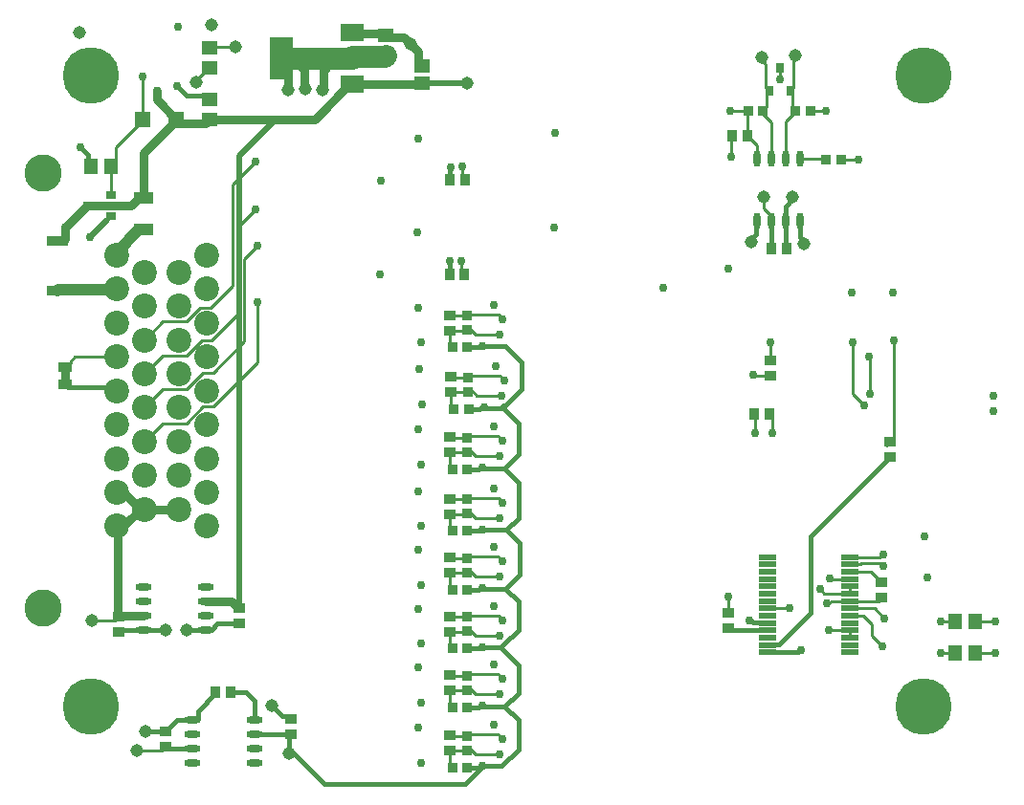
<source format=gbr>
%TF.GenerationSoftware,Altium Limited,Altium Designer,19.0.10 (269)*%
G04 Layer_Physical_Order=4*
G04 Layer_Color=16711680*
%FSLAX26Y26*%
%MOIN*%
%TF.FileFunction,Copper,L4,Bot,Signal*%
%TF.Part,Single*%
G01*
G75*
%TA.AperFunction,SMDPad,CuDef*%
%ADD10R,0.035433X0.039370*%
%ADD15R,0.039370X0.035433*%
%ADD16R,0.037402X0.033465*%
%ADD20R,0.053150X0.045276*%
%ADD26R,0.033465X0.037402*%
%TA.AperFunction,Conductor*%
%ADD27C,0.010000*%
%ADD28C,0.015000*%
%ADD29C,0.020000*%
%ADD30C,0.030000*%
%TA.AperFunction,ViaPad*%
%ADD31C,0.196850*%
%TA.AperFunction,ComponentPad*%
%ADD32C,0.086614*%
%ADD33C,0.129921*%
%TA.AperFunction,ViaPad*%
%ADD34C,0.030000*%
%ADD35C,0.045000*%
%TA.AperFunction,SMDPad,CuDef*%
%ADD36R,0.045276X0.053150*%
%ADD37R,0.031496X0.035433*%
%ADD38R,0.078740X0.149606*%
%ADD39R,0.078740X0.059055*%
%ADD40R,0.053150X0.057087*%
%ADD41O,0.057087X0.023622*%
%ADD42O,0.023622X0.057087*%
%ADD43R,0.064961X0.019291*%
%ADD44R,0.055118X0.051181*%
%ADD45R,0.049213X0.037402*%
%ADD46R,0.074803X0.035433*%
%ADD47R,0.035433X0.031496*%
%ADD48R,0.070866X0.039370*%
%TA.AperFunction,Conductor*%
%ADD49C,0.040000*%
%ADD50C,0.075000*%
D10*
X2722644Y1895000D02*
D03*
X2669494D02*
D03*
X2533507Y2290163D02*
D03*
X2586657D02*
D03*
X1604934Y2134948D02*
D03*
X1551784D02*
D03*
X1602464Y1806389D02*
D03*
X1549315D02*
D03*
X735807Y347914D02*
D03*
X788957D02*
D03*
X2610439Y1318583D02*
D03*
X2663589D02*
D03*
D15*
X2521143Y571654D02*
D03*
Y624803D02*
D03*
X3085000Y1221713D02*
D03*
Y1168563D02*
D03*
X816956Y641500D02*
D03*
Y588350D02*
D03*
X560000Y157792D02*
D03*
Y210941D02*
D03*
X996357Y201339D02*
D03*
Y254489D02*
D03*
X396026Y559882D02*
D03*
Y613032D02*
D03*
X2666542Y1453425D02*
D03*
Y1506575D02*
D03*
X3055000Y731378D02*
D03*
Y678228D02*
D03*
X1550000Y145000D02*
D03*
Y198150D02*
D03*
Y408150D02*
D03*
Y355000D02*
D03*
Y1023150D02*
D03*
Y970000D02*
D03*
Y1238150D02*
D03*
Y1185000D02*
D03*
Y818150D02*
D03*
Y765000D02*
D03*
Y613150D02*
D03*
Y560000D02*
D03*
X1555000Y1448150D02*
D03*
Y1395000D02*
D03*
X1550000Y1663150D02*
D03*
Y1610000D02*
D03*
D16*
X1609528Y145981D02*
D03*
Y197162D02*
D03*
Y407162D02*
D03*
Y355981D02*
D03*
Y1022162D02*
D03*
Y970981D02*
D03*
Y1237162D02*
D03*
Y1185981D02*
D03*
Y817162D02*
D03*
Y765981D02*
D03*
Y612162D02*
D03*
Y560981D02*
D03*
X1614528Y1447162D02*
D03*
Y1395981D02*
D03*
X1609528Y1662162D02*
D03*
Y1610981D02*
D03*
D20*
X712892Y2414449D02*
D03*
Y2345551D02*
D03*
X715000Y2525551D02*
D03*
Y2594449D02*
D03*
D26*
X2641617Y2375636D02*
D03*
X2755436D02*
D03*
X2590436D02*
D03*
X2806617D02*
D03*
X2861424Y2205000D02*
D03*
X2912605D02*
D03*
X1559923Y86847D02*
D03*
X1611104D02*
D03*
X1559923Y296847D02*
D03*
X1611104D02*
D03*
X1559923Y911847D02*
D03*
X1611104D02*
D03*
X1559923Y1126847D02*
D03*
X1611104D02*
D03*
X1559923Y706847D02*
D03*
X1611104D02*
D03*
X1559923Y501847D02*
D03*
X1611104D02*
D03*
X1564923Y1336847D02*
D03*
X1616104D02*
D03*
X1559923Y1551847D02*
D03*
X1611104D02*
D03*
D27*
X297603Y1937224D02*
X298996D01*
X356654Y1994882D02*
Y1996850D01*
X367402Y2007599D01*
X369370D01*
X229606Y1496923D02*
Y1502829D01*
X215905Y1483222D02*
X229606Y1496923D01*
X210000Y1483222D02*
X215905D01*
X229606Y1502829D02*
X244888Y1518110D01*
X390000D01*
X2586657Y2371856D02*
X2589964Y2375163D01*
X2526657D02*
X2589964D01*
X2590436Y2375636D01*
X2945000Y539095D02*
Y564685D01*
X2517286Y628660D02*
X2519221Y630596D01*
X2675000Y1252835D02*
Y1307171D01*
X2663589Y1318583D02*
X2675000Y1307171D01*
X2615098Y1251929D02*
Y1313923D01*
X2610439Y1318583D02*
X2615098Y1313923D01*
X3096457Y1233169D02*
Y1575740D01*
X3085000Y1221713D02*
X3096457Y1233169D01*
X3072283Y1208996D02*
X3085000Y1221713D01*
X2912605Y2205000D02*
X2975000D01*
X2859140Y2207283D02*
X2861424Y2205000D01*
X2770000Y2207283D02*
X2859140D01*
X2530000Y2215736D02*
Y2286656D01*
X2533507Y2290163D01*
X2700000Y2485000D02*
Y2524370D01*
X2700000Y2524370D01*
X2743704Y2385400D02*
X2755436Y2373667D01*
X2743704Y2385400D02*
Y2439328D01*
X2737402Y2445630D02*
X2743704Y2439328D01*
X2755000Y2560529D02*
Y2570000D01*
X2748150Y2553679D02*
X2755000Y2560529D01*
X2748150Y2456378D02*
Y2553679D01*
X2737402Y2445630D02*
X2748150Y2456378D01*
X2641617Y2375636D02*
X2653349Y2387368D01*
Y2436381D01*
X2662599Y2445630D01*
X2637014Y2552358D02*
Y2561829D01*
Y2552358D02*
X2651850Y2537522D01*
Y2456378D02*
Y2537522D01*
Y2456378D02*
X2662599Y2445630D01*
X2720000Y2338231D02*
X2755436Y2373667D01*
X2720000Y2207283D02*
Y2338231D01*
X2670000Y2207283D02*
Y2336108D01*
X2641617Y2364491D02*
Y2375636D01*
Y2364491D02*
X2670000Y2336108D01*
X2620000Y2207283D02*
Y2254851D01*
X2586657Y2288195D02*
X2620000Y2254851D01*
X2586657Y2288195D02*
Y2290163D01*
Y2371856D01*
X2807090Y2375163D02*
X2861657D01*
X2806617Y2375636D02*
X2807090Y2375163D01*
X2642919Y2036529D02*
Y2075000D01*
Y2036529D02*
X2670000Y2009449D01*
Y1992716D02*
Y2009449D01*
X342500Y600000D02*
X342815Y600315D01*
X383309D01*
X396026Y613032D01*
X305000Y600000D02*
X342500D01*
X497500Y145000D02*
X497575Y145075D01*
X547283D01*
X560000Y157792D01*
X460000Y145000D02*
X497500D01*
X880000Y1498238D02*
Y1707747D01*
X727455Y1345693D02*
X880000Y1498238D01*
X691962Y1345693D02*
X727455D01*
X632907Y1286638D02*
X691962Y1345693D01*
X552228Y1286638D02*
X632907D01*
X488425Y1222835D02*
X552228Y1286638D01*
X834566Y1859566D02*
X880000Y1905000D01*
X834566Y1570914D02*
Y1859566D01*
X727455Y1463803D02*
X834566Y1570914D01*
X691962Y1463803D02*
X727455D01*
X632907Y1404748D02*
X691962Y1463803D01*
X552228Y1404748D02*
X632907D01*
X488425Y1340945D02*
X552228Y1404748D01*
X814566Y1970641D02*
X875000Y2031074D01*
X722109Y1576567D02*
X814566Y1669024D01*
Y1970641D01*
X686615Y1576567D02*
X722109D01*
X632907Y1522858D02*
X686615Y1576567D01*
X552228Y1522858D02*
X632907D01*
X488425Y1459055D02*
X552228Y1522858D01*
X717959Y1690528D02*
X794566Y1767135D01*
X682466Y1690528D02*
X717959D01*
X632907Y1640968D02*
X682466Y1690528D01*
X794566Y2119566D02*
X875000Y2200000D01*
X794566Y1767135D02*
Y2119566D01*
X552228Y1640968D02*
X632907D01*
X488425Y1577165D02*
X552228Y1640968D01*
X1593593Y2146289D02*
X1604934Y2134948D01*
X1550000Y1561770D02*
Y1610000D01*
Y1561770D02*
X1559923Y1551847D01*
X1550000Y1663150D02*
X1550988Y1662162D01*
X1609528D01*
X1608547Y1610000D02*
X1609528Y1610981D01*
X1550000Y1610000D02*
X1608547D01*
X1721323Y1665225D02*
Y1666102D01*
Y1665225D02*
X1734692Y1651856D01*
Y1649367D02*
Y1651856D01*
X1620000Y1666102D02*
X1721323D01*
X1640228Y1597052D02*
X1725513D01*
X1617914Y1619367D02*
X1640228Y1597052D01*
X1609528Y1610981D02*
X1617914Y1619367D01*
X1555000Y1346770D02*
Y1395000D01*
Y1346770D02*
X1564923Y1336847D01*
X1555000Y1448150D02*
X1555988Y1447162D01*
X1614528D01*
X1613547Y1395000D02*
X1614528Y1395981D01*
X1555000Y1395000D02*
X1613547D01*
X1726323Y1450225D02*
Y1451102D01*
Y1450225D02*
X1739692Y1436856D01*
Y1434367D02*
Y1436856D01*
X1625000Y1451102D02*
X1726323D01*
X1645228Y1382052D02*
X1730513D01*
X1622914Y1404367D02*
X1645228Y1382052D01*
X1614528Y1395981D02*
X1622914Y1404367D01*
X1550000Y1136770D02*
Y1185000D01*
Y1136770D02*
X1559923Y1126847D01*
X1550000Y1238150D02*
X1550988Y1237162D01*
X1609528D01*
X1608547Y1185000D02*
X1609528Y1185981D01*
X1550000Y1185000D02*
X1608547D01*
X1721323Y1240225D02*
Y1241102D01*
Y1240225D02*
X1734692Y1226856D01*
Y1224367D02*
Y1226856D01*
X1620000Y1241102D02*
X1721323D01*
X1640228Y1172052D02*
X1725513D01*
X1617914Y1194367D02*
X1640228Y1172052D01*
X1609528Y1185981D02*
X1617914Y1194367D01*
X1550000Y921770D02*
Y970000D01*
Y921770D02*
X1559923Y911847D01*
X1550000Y1023150D02*
X1550988Y1022162D01*
X1609528D01*
X1608547Y970000D02*
X1609528Y970981D01*
X1550000Y970000D02*
X1608547D01*
X1721323Y1025225D02*
Y1026102D01*
Y1025225D02*
X1734692Y1011856D01*
Y1009367D02*
Y1011856D01*
X1620000Y1026102D02*
X1721323D01*
X1640228Y957052D02*
X1725513D01*
X1617914Y979367D02*
X1640228Y957052D01*
X1609528Y970981D02*
X1617914Y979367D01*
X1550000Y716770D02*
Y765000D01*
Y716770D02*
X1559923Y706847D01*
X1550000Y818150D02*
X1550988Y817162D01*
X1609528D01*
X1608547Y765000D02*
X1609528Y765981D01*
X1550000Y765000D02*
X1608547D01*
X1721323Y820225D02*
Y821102D01*
Y820225D02*
X1734692Y806856D01*
Y804367D02*
Y806856D01*
X1620000Y821102D02*
X1721323D01*
X1640228Y752052D02*
X1725513D01*
X1617914Y774367D02*
X1640228Y752052D01*
X1609528Y765981D02*
X1617914Y774367D01*
X1550000Y511770D02*
Y560000D01*
Y511770D02*
X1559923Y501847D01*
X1550000Y613150D02*
X1550988Y612162D01*
X1609528D01*
X1608547Y560000D02*
X1609528Y560981D01*
X1550000Y560000D02*
X1608547D01*
X1721323Y615225D02*
Y616102D01*
Y615225D02*
X1734692Y601856D01*
Y599367D02*
Y601856D01*
X1620000Y616102D02*
X1721323D01*
X1640228Y547052D02*
X1725513D01*
X1617914Y569367D02*
X1640228Y547052D01*
X1609528Y560981D02*
X1617914Y569367D01*
X1550000Y306770D02*
Y355000D01*
Y306770D02*
X1559923Y296847D01*
X1550000Y408150D02*
X1550988Y407162D01*
X1609528D01*
X1608547Y355000D02*
X1609528Y355981D01*
X1550000Y355000D02*
X1608547D01*
X1721323Y410225D02*
Y411102D01*
Y410225D02*
X1734692Y396856D01*
Y394367D02*
Y396856D01*
X1620000Y411102D02*
X1721323D01*
X1640228Y342052D02*
X1725513D01*
X1617914Y364367D02*
X1640228Y342052D01*
X1609528Y355981D02*
X1617914Y364367D01*
X717948Y2597397D02*
X805000D01*
X715000Y2594449D02*
X717948Y2597397D01*
X667912Y2475000D02*
Y2482400D01*
X711063Y2525551D01*
X715000D01*
X369449Y2183780D02*
X387087Y2201417D01*
X369370Y2183701D02*
X369449Y2183780D01*
X2519221Y630596D02*
Y683264D01*
X2517286Y628660D02*
X2521143Y624803D01*
X2607486Y1455351D02*
X2609412Y1453425D01*
X2666542D01*
X2659567Y641457D02*
X2735000D01*
X2872175Y564685D02*
X2942854D01*
X2945000D01*
X2870412Y566448D02*
X2872175Y564685D01*
X2865000Y658228D02*
X2870412D01*
X2879231Y667047D01*
X2942854D01*
X2875000Y746385D02*
X2877566Y743819D01*
X2942854D01*
Y667047D02*
X3043819D01*
X3055000Y678228D01*
X2942854Y743819D02*
X2945000D01*
X1593593Y2146289D02*
Y2182153D01*
X1591124Y1817730D02*
X1602464Y1806389D01*
X1591124Y1817730D02*
Y1853594D01*
X387087Y2248189D02*
X481929Y2343032D01*
X387087Y2201417D02*
Y2248189D01*
X481929Y2343032D02*
Y2345000D01*
X369370Y2082402D02*
Y2183701D01*
X2990079Y614921D02*
X3020000Y585000D01*
X2943799Y614921D02*
X2990079D01*
X2942854Y615866D02*
X2943799Y614921D01*
X3020000Y543970D02*
Y585000D01*
Y543970D02*
X3056059Y507911D01*
X2942854Y641457D02*
X3029568D01*
X3065000Y606025D01*
X3260000Y595509D02*
X3310042D01*
X3310551Y595000D01*
X3260000Y485768D02*
X3310061D01*
X3310551Y486257D01*
X3379449Y486257D02*
X3450000D01*
X3379449Y595000D02*
X3450000D01*
X3379449Y486257D02*
X3379449Y486257D01*
X3014620Y798023D02*
X3046059D01*
X3014392Y797795D02*
X3014620Y798023D01*
X2983398Y797795D02*
X3014392D01*
X3006336Y818023D02*
X3046059D01*
X3006108Y817795D02*
X3006336Y818023D01*
X2983398Y817795D02*
X3006108D01*
X2981548Y795945D02*
X2983398Y797795D01*
X2945945Y795945D02*
X2981548D01*
X2945000Y795000D02*
X2945945Y795945D01*
X2981548Y819646D02*
X2983398Y817795D01*
X2945945Y819646D02*
X2981548D01*
X2945000Y820591D02*
X2945945Y819646D01*
X482323Y2345394D02*
Y2495000D01*
X481929Y2345000D02*
X482323Y2345394D01*
X1721323Y200225D02*
Y201102D01*
X1734692Y184367D02*
Y186856D01*
X1620000Y201102D02*
X1721323D01*
Y200225D02*
X1734692Y186856D01*
X1550000Y198150D02*
X1550988Y197162D01*
X1609528D01*
X1550000Y96770D02*
Y145000D01*
Y96770D02*
X1559923Y86847D01*
X1608547Y145000D02*
X1609528Y145981D01*
X1550000Y145000D02*
X1608547D01*
X1640228Y132052D02*
X1725513D01*
X1617914Y154367D02*
X1640228Y132052D01*
X1609528Y145981D02*
X1617914Y154367D01*
X2942854Y769409D02*
X2945000D01*
X3016968D01*
X3040315Y746063D01*
Y744095D02*
Y746063D01*
Y744095D02*
X3053032Y731378D01*
X3055000D01*
X2945000Y692638D02*
Y718228D01*
X2839606Y708901D02*
X2855869Y692638D01*
X2942854D01*
X2666542Y1506575D02*
Y1568775D01*
X3011967Y1520472D02*
X3013701Y1518739D01*
Y1390472D02*
Y1518739D01*
X2953228Y1390472D02*
Y1570472D01*
Y1390472D02*
X2993228Y1350472D01*
X2945000Y769409D02*
X2947607Y766803D01*
X3056059Y788023D02*
X3061471D01*
X3046059Y798023D02*
X3056059Y788023D01*
Y828023D02*
X3061471D01*
X3046059Y818023D02*
X3056059Y828023D01*
D28*
X210000Y1422199D02*
X221099Y1411099D01*
X378901D01*
X390000Y1400000D01*
X2720339Y1992377D02*
Y2043760D01*
X3083032Y1168563D02*
X3085000D01*
X2807106Y892638D02*
X3083032Y1168563D01*
X2807106Y624733D02*
Y892638D01*
X2696322Y513949D02*
X2807106Y624733D01*
X2657866Y513949D02*
X2696322D01*
X2657421Y513504D02*
X2657866Y513949D01*
X2606563Y590721D02*
X2659122D01*
X2770941Y495000D02*
X2775000D01*
X2763854Y487913D02*
X2770941Y495000D01*
X2637014Y2561829D02*
X2639316Y2559528D01*
X2755000Y2570000D02*
X2755218Y2569782D01*
X2744727Y2068148D02*
Y2076266D01*
X2720339Y2043760D02*
X2744727Y2068148D01*
X2720339Y1992377D02*
X2721322Y1991395D01*
X2784652Y1913701D02*
Y1921819D01*
X2770000Y1936470D02*
X2784652Y1921819D01*
X2770000Y1936470D02*
Y1992716D01*
X2600000Y1920000D02*
Y1928118D01*
X2618350Y1946468D01*
Y1991067D01*
X2620000Y1992716D01*
X2721322Y1896322D02*
X2722644Y1895000D01*
X2721322Y1896322D02*
Y1991395D01*
X2669494Y1895000D02*
X2670000Y1895506D01*
Y1992716D01*
X1007874Y137126D02*
X1115000Y30000D01*
X990000Y137126D02*
Y194982D01*
X996357Y201339D01*
X990000Y137126D02*
X1007874D01*
X1728500Y1339252D02*
X1737047D01*
X1657741D02*
X1728500D01*
X1652741Y1554252D02*
X1745748D01*
X1800000Y1500000D01*
Y1405577D02*
Y1500000D01*
X1743975Y1349552D02*
X1800000Y1405577D01*
X1738800Y1349552D02*
X1743975D01*
X1728500Y1339252D02*
X1738800Y1349552D01*
X1652741Y1129252D02*
X1742047D01*
X1737047Y1339252D02*
X1791299Y1285000D01*
Y1178504D02*
Y1285000D01*
X1742047Y1129252D02*
X1791299Y1178504D01*
X1652741Y914252D02*
X1748976D01*
X1742047Y1129252D02*
X1791299Y1080000D01*
Y956575D02*
Y1080000D01*
X1748976Y914252D02*
X1791299Y956575D01*
X1652741Y709252D02*
X1745109D01*
X1748976Y914252D02*
X1795000Y868228D01*
Y759143D02*
Y868228D01*
X1745109Y709252D02*
X1795000Y759143D01*
X1652741Y504252D02*
X1728500D01*
X1745109Y709252D02*
X1790000Y664361D01*
Y565577D02*
Y664361D01*
X1738975Y514552D02*
X1790000Y565577D01*
X1738800Y514552D02*
X1738975D01*
X1728500Y504252D02*
X1738800Y514552D01*
X1652741Y299252D02*
X1742087D01*
X1728500Y504252D02*
X1790000Y442752D01*
Y347165D02*
Y442752D01*
X1742087Y299252D02*
X1790000Y347165D01*
X1742087Y299252D02*
X1790000Y251339D01*
Y150577D02*
Y251339D01*
X1731545Y92122D02*
X1790000Y150577D01*
X1665513Y92122D02*
X1731545D01*
X1115000Y30000D02*
X1603391D01*
X1662643Y89252D01*
X996357Y201339D02*
X996357Y201339D01*
X967416Y264705D02*
X986140D01*
X996357Y254489D01*
X930000Y302122D02*
X967416Y264705D01*
X655098Y251339D02*
X669497D01*
X673480Y255322D01*
Y283619D01*
X735807Y345946D01*
Y347914D01*
X869665Y201339D02*
X996357D01*
X869665Y201339D02*
X869665Y201339D01*
X490000Y210941D02*
X560000D01*
X561968D02*
X602366Y251339D01*
X560000Y210941D02*
X561968D01*
X602366Y251339D02*
X655098D01*
X560000Y157792D02*
X564803Y152989D01*
X653449D01*
X655098Y151339D01*
X635000Y564457D02*
X636059Y565516D01*
X699217D01*
X700276Y566575D01*
X719341D01*
X741116Y588350D01*
X816956D01*
X558941Y565516D02*
X560000Y564457D01*
X486768Y565516D02*
X558941D01*
X485709Y566575D02*
X486768Y565516D01*
X396026Y559882D02*
X401069Y564925D01*
X484059D01*
X485709Y566575D01*
X1552276Y2135441D02*
Y2179732D01*
X1551784Y2134948D02*
X1552276Y2135441D01*
Y2179732D02*
X1552769Y2180224D01*
X2595000Y598225D02*
X2599059D01*
X2606563Y590721D01*
X2659122D02*
X2659567Y590276D01*
X2528111Y564685D02*
X2659567D01*
X2521143Y571654D02*
X2528111Y564685D01*
X2659567Y487913D02*
X2763854D01*
X1650336Y1551847D02*
X1652741Y1554252D01*
X1611104Y1551847D02*
X1650336D01*
X1617047Y1663150D02*
X1620000Y1666102D01*
X1655336Y1336847D02*
X1657741Y1339252D01*
X1616104Y1336847D02*
X1655336D01*
X1622047Y1448150D02*
X1625000Y1451102D01*
X1650336Y1126847D02*
X1652741Y1129252D01*
X1611104Y1126847D02*
X1650336D01*
X1617047Y1238150D02*
X1620000Y1241102D01*
X1650336Y911847D02*
X1652741Y914252D01*
X1611104Y911847D02*
X1650336D01*
X1617047Y1023150D02*
X1620000Y1026102D01*
X1650336Y706847D02*
X1652741Y709252D01*
X1611104Y706847D02*
X1650336D01*
X1617047Y818150D02*
X1620000Y821102D01*
X1650336Y501847D02*
X1652741Y504252D01*
X1611104Y501847D02*
X1650336D01*
X1617047Y613150D02*
X1620000Y616102D01*
X1650336Y296847D02*
X1652741Y299252D01*
X1611104Y296847D02*
X1650336D01*
X1617047Y408150D02*
X1620000Y411102D01*
X600305Y2461925D02*
X632643Y2429587D01*
X697754D01*
X712892Y2414449D01*
X265000Y2248006D02*
X291517Y2221490D01*
Y2192814D02*
X300551Y2183780D01*
X291517Y2192814D02*
Y2221490D01*
X1549807Y1851173D02*
X1550299Y1851665D01*
X1549807Y1806881D02*
Y1851173D01*
X1549315Y1806389D02*
X1549807Y1806881D01*
X1650336Y86847D02*
X1652741Y89252D01*
X1662643D01*
X1611104Y86847D02*
X1650336D01*
X1617047Y198150D02*
X1620000Y201102D01*
X788957Y347914D02*
X842106D01*
X869665Y251339D02*
Y320355D01*
X842106Y347914D02*
X869665Y320355D01*
D29*
X298996Y1937224D02*
X356654Y1994882D01*
X816956Y2217507D02*
X945000Y2345551D01*
X816956Y643468D02*
Y2217507D01*
Y643468D02*
X818924Y641500D01*
X1609795Y2472136D02*
X1611104Y2473445D01*
X1454324Y2472136D02*
X1609795D01*
X1453015Y2470827D02*
X1454324Y2472136D01*
X816956Y641500D02*
X818924D01*
X814987D02*
X816956D01*
D30*
X1440456Y2544409D02*
Y2583396D01*
X1413852Y2610000D02*
X1440456Y2583396D01*
X290630Y2045000D02*
X441437D01*
X390000Y927559D02*
X400833Y938392D01*
X424883D01*
X473106Y986614D01*
X488425D01*
X390000Y1045669D02*
X400833Y1034837D01*
X424883D01*
X473106Y986614D01*
X488425D02*
X606535D01*
X390000Y927559D02*
X393013Y924546D01*
Y615748D02*
Y924546D01*
Y615748D02*
X395730Y613032D01*
X396026D01*
X483937Y614803D02*
X485709Y616575D01*
X397798Y614803D02*
X483937D01*
X396026Y613032D02*
X397798Y614803D01*
X598071Y2345000D02*
Y2346968D01*
Y2343032D02*
Y2345000D01*
Y2332913D02*
X700254D01*
X945000Y2345551D02*
X1079390D01*
X712892D02*
X945000D01*
X700276Y666575D02*
X789912D01*
X814987Y641500D01*
X1450298Y2468110D02*
X1453015Y2470827D01*
X483307Y2071122D02*
Y2228268D01*
X1201949Y2468110D02*
X1211791D01*
X1079390Y2345551D02*
X1201949Y2468110D01*
X1213110D02*
X1450298D01*
X1326815Y2640157D02*
X1335405Y2631567D01*
X1322287Y2644685D02*
X1326815Y2640157D01*
X1392285Y2631567D02*
X1413852Y2610000D01*
X1335405Y2631567D02*
X1392285D01*
X1440456Y2544409D02*
X1451046Y2533819D01*
X1453015D01*
X530000Y2415039D02*
Y2445000D01*
Y2415039D02*
X598071Y2346968D01*
X1211791Y2649212D02*
X1216319Y2644685D01*
X1322287D01*
X1122284Y2527228D02*
Y2558661D01*
X1110646Y2515590D02*
X1122284Y2527228D01*
X1110646Y2451531D02*
Y2515590D01*
X1107776Y2448661D02*
X1110646Y2451531D01*
X1032776Y2528661D02*
Y2558661D01*
Y2528661D02*
X1044906Y2516531D01*
Y2456531D02*
Y2516531D01*
Y2456531D02*
X1047776Y2453661D01*
X467559Y2071122D02*
X483307D01*
X987776Y2448661D02*
Y2513661D01*
X288661Y2045000D02*
X290630D01*
X441437D02*
X467559Y2071122D01*
X483307Y2228268D02*
X598071Y2343032D01*
X700254Y2332913D02*
X712892Y2345551D01*
X212402Y1970637D02*
X214298D01*
X288661Y2045000D01*
X212402Y1928347D02*
Y1970637D01*
X204685Y1920630D02*
X212402Y1928347D01*
X185000Y1920630D02*
X204685D01*
X210000Y1422199D02*
Y1484207D01*
Y1421214D02*
Y1422199D01*
D31*
X300000Y300000D02*
D03*
Y2500000D02*
D03*
X3200000Y300000D02*
D03*
Y2500000D02*
D03*
D32*
X488425Y1695276D02*
D03*
Y1813386D02*
D03*
Y986614D02*
D03*
X606535D02*
D03*
X390000Y1872441D02*
D03*
Y1754331D02*
D03*
Y1636220D02*
D03*
Y1518110D02*
D03*
Y1400000D02*
D03*
Y1281890D02*
D03*
Y1163780D02*
D03*
Y1045669D02*
D03*
Y927559D02*
D03*
X488425Y1577165D02*
D03*
Y1459055D02*
D03*
Y1340945D02*
D03*
Y1222835D02*
D03*
Y1104724D02*
D03*
X606535Y1813386D02*
D03*
Y1695276D02*
D03*
Y1577165D02*
D03*
Y1459055D02*
D03*
Y1340945D02*
D03*
Y1222835D02*
D03*
Y1104724D02*
D03*
X704961Y1872441D02*
D03*
Y1754331D02*
D03*
Y1636220D02*
D03*
Y1518110D02*
D03*
Y1400000D02*
D03*
Y1281890D02*
D03*
Y1163780D02*
D03*
Y1045669D02*
D03*
Y927559D02*
D03*
D33*
X134095Y642126D02*
D03*
Y2157874D02*
D03*
D34*
X297603Y1937224D02*
D03*
X3445000Y1330000D02*
D03*
Y1380787D02*
D03*
X2675000Y1252835D02*
D03*
X2615098Y1251929D02*
D03*
X3096457Y1575740D02*
D03*
X2775000Y495000D02*
D03*
X2975000Y2205000D02*
D03*
X2530000Y2215736D02*
D03*
X2700000Y2485000D02*
D03*
X875000Y2200000D02*
D03*
Y2031074D02*
D03*
X880000Y1905000D02*
D03*
Y1707747D02*
D03*
X1552769Y2180224D02*
D03*
X1311108Y2133059D02*
D03*
X1917688Y2298559D02*
D03*
X1441322Y2279319D02*
D03*
X1915218Y1970000D02*
D03*
X1593593Y2182153D02*
D03*
X1440000Y1689361D02*
D03*
X1450000Y1567594D02*
D03*
X1705000Y1699361D02*
D03*
X1665513Y1557122D02*
D03*
X1734692Y1649367D02*
D03*
X1725513Y1597052D02*
D03*
X1445000Y1474361D02*
D03*
X1455000Y1352594D02*
D03*
X1710000Y1484361D02*
D03*
X1670513Y1342122D02*
D03*
X1739692Y1434367D02*
D03*
X1730513Y1382052D02*
D03*
X1440000Y1264361D02*
D03*
X1450000Y1142594D02*
D03*
X1705000Y1274361D02*
D03*
X1665513Y1132122D02*
D03*
X1734692Y1224367D02*
D03*
X1725513Y1172052D02*
D03*
X1440000Y1049361D02*
D03*
X1450000Y927594D02*
D03*
X1705000Y1059361D02*
D03*
X1665513Y917122D02*
D03*
X1734692Y1009367D02*
D03*
X1725513Y957052D02*
D03*
X1440000Y844361D02*
D03*
X1450000Y722594D02*
D03*
X1705000Y854361D02*
D03*
X1665513Y712122D02*
D03*
X1734692Y804367D02*
D03*
X1725513Y752052D02*
D03*
X1440000Y639361D02*
D03*
X1450000Y517594D02*
D03*
X1705000Y649361D02*
D03*
X1665513Y507122D02*
D03*
X1734692Y599367D02*
D03*
X1725513Y547052D02*
D03*
X1440000Y434361D02*
D03*
X1450000Y312594D02*
D03*
X1705000Y444361D02*
D03*
X1665513Y302122D02*
D03*
X1734692Y394367D02*
D03*
X1725513Y342052D02*
D03*
X604353Y2670508D02*
D03*
X530000Y2445000D02*
D03*
X2519221Y683264D02*
D03*
X2607486Y1455351D02*
D03*
X265000Y2248006D02*
D03*
X2870412Y566448D02*
D03*
X2735000Y641457D02*
D03*
X2865000Y658228D02*
D03*
X2875000Y746385D02*
D03*
X3205000Y892360D02*
D03*
X1308638Y1804500D02*
D03*
X1550299Y1851665D02*
D03*
X600305Y2461925D02*
D03*
X1438852Y1950759D02*
D03*
X2295000Y1759966D02*
D03*
X2519221Y1823969D02*
D03*
X3056059Y507911D02*
D03*
X3065000Y606025D02*
D03*
X3260000Y595509D02*
D03*
Y485768D02*
D03*
X3450000Y486257D02*
D03*
Y595000D02*
D03*
X2595000Y598225D02*
D03*
X482323Y2495000D02*
D03*
X1734692Y184367D02*
D03*
X3094646Y1740827D02*
D03*
X2951512D02*
D03*
X1705000Y234361D02*
D03*
X1450000Y102594D02*
D03*
X1440000Y224361D02*
D03*
X1665513Y92122D02*
D03*
X1725513Y132052D02*
D03*
X3215000Y750397D02*
D03*
X2839606Y708901D02*
D03*
X2666542Y1568775D02*
D03*
X3011967Y1520472D02*
D03*
X3013701Y1390472D02*
D03*
X2953228Y1570472D02*
D03*
X2993228Y1350472D02*
D03*
X1591124Y1853594D02*
D03*
X3061471Y828023D02*
D03*
Y788023D02*
D03*
X2526657Y2375163D02*
D03*
X2861657D02*
D03*
D35*
X2637014Y2561829D02*
D03*
X2755000Y2570000D02*
D03*
X2642919Y2075000D02*
D03*
X2744727Y2076266D02*
D03*
X2784652Y1913701D02*
D03*
X2600000Y1920000D02*
D03*
X1611104Y2473445D02*
D03*
X305000Y600000D02*
D03*
X990000Y137126D02*
D03*
X930000Y302122D02*
D03*
X460000Y145000D02*
D03*
X490000Y210941D02*
D03*
X560000Y564457D02*
D03*
X635000D02*
D03*
X1413852Y2610000D02*
D03*
X720000Y2675000D02*
D03*
X805000Y2597397D02*
D03*
X667912Y2475000D02*
D03*
X260000Y2649212D02*
D03*
X1107776Y2448661D02*
D03*
X1047776Y2453661D02*
D03*
X987776Y2448661D02*
D03*
D36*
X3379449Y486257D02*
D03*
X3310551D02*
D03*
X3379449Y595000D02*
D03*
X3310551D02*
D03*
X300551Y2183780D02*
D03*
X369449D02*
D03*
D37*
X2700000Y2524370D02*
D03*
X2737402Y2445630D02*
D03*
X2662599D02*
D03*
D38*
X963760Y2558661D02*
D03*
D39*
X1211791Y2468110D02*
D03*
Y2558661D02*
D03*
Y2649212D02*
D03*
D40*
X598071Y2345000D02*
D03*
X481929D02*
D03*
D41*
X700276Y716575D02*
D03*
Y666575D02*
D03*
Y616575D02*
D03*
Y566575D02*
D03*
X485709Y716575D02*
D03*
Y666575D02*
D03*
Y616575D02*
D03*
Y566575D02*
D03*
X655098Y101339D02*
D03*
Y151339D02*
D03*
Y201339D02*
D03*
Y251339D02*
D03*
X869665Y101339D02*
D03*
Y151339D02*
D03*
Y201339D02*
D03*
Y251339D02*
D03*
D42*
X2670000Y2207283D02*
D03*
X2720000D02*
D03*
X2770000Y1992716D02*
D03*
X2720000D02*
D03*
X2670000D02*
D03*
X2620000D02*
D03*
X2770000Y2207283D02*
D03*
X2620000D02*
D03*
D43*
X2942854Y820591D02*
D03*
Y795000D02*
D03*
Y769409D02*
D03*
Y743819D02*
D03*
Y718228D02*
D03*
Y692638D02*
D03*
Y667047D02*
D03*
Y641457D02*
D03*
Y615866D02*
D03*
Y590276D02*
D03*
Y564685D02*
D03*
Y539095D02*
D03*
Y513504D02*
D03*
Y487913D02*
D03*
X2657421Y820591D02*
D03*
Y795000D02*
D03*
Y769409D02*
D03*
Y743819D02*
D03*
Y718228D02*
D03*
Y692638D02*
D03*
Y667047D02*
D03*
Y641457D02*
D03*
Y615866D02*
D03*
Y590276D02*
D03*
Y564685D02*
D03*
Y539095D02*
D03*
Y513504D02*
D03*
Y487913D02*
D03*
D44*
X1326815Y2577165D02*
D03*
Y2640157D02*
D03*
X1453015Y2470827D02*
D03*
Y2533819D02*
D03*
D45*
X210000Y1483222D02*
D03*
Y1422199D02*
D03*
D46*
X185000Y1749370D02*
D03*
Y1920630D02*
D03*
D47*
X369370Y2007599D02*
D03*
Y2082402D02*
D03*
X290630Y2045000D02*
D03*
D48*
X483307Y1960886D02*
D03*
Y2071122D02*
D03*
D49*
X185000Y1749370D02*
X187283Y1751653D01*
X387323D01*
X390000Y1754331D01*
X468189Y1960886D02*
X483307D01*
X390000Y1882697D02*
X468189Y1960886D01*
X390000Y1872441D02*
Y1882697D01*
D50*
X1122284Y2558661D02*
X1211791D01*
X1032776D02*
X1122284D01*
X963760D02*
X1032776D01*
X1324382Y2566633D02*
X1326815Y2569067D01*
X1213661Y2566633D02*
X1324382D01*
X1211791Y2564763D02*
X1213661Y2566633D01*
X1211791Y2558661D02*
Y2564763D01*
%TF.MD5,6ee9c6e3029df07981cf8ecf18f7bc39*%
M02*

</source>
